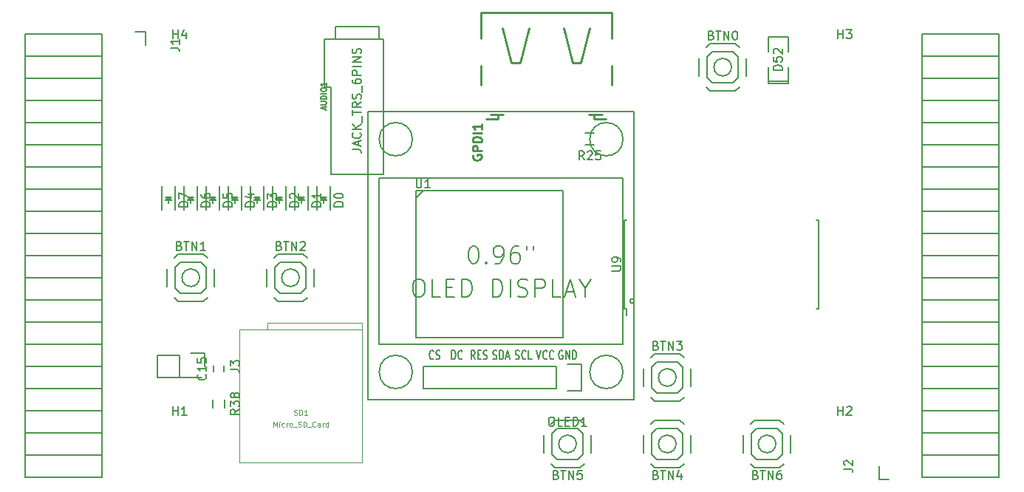
<source format=gto>
G04 #@! TF.FileFunction,Legend,Top*
%FSLAX46Y46*%
G04 Gerber Fmt 4.6, Leading zero omitted, Abs format (unit mm)*
G04 Created by KiCad (PCBNEW 4.0.5+dfsg1-4) date Thu May 11 10:12:05 2017*
%MOMM*%
%LPD*%
G01*
G04 APERTURE LIST*
%ADD10C,0.100000*%
%ADD11C,0.150000*%
%ADD12C,0.010160*%
%ADD13C,0.152400*%
%ADD14C,0.254000*%
%ADD15C,0.124460*%
G04 APERTURE END LIST*
D10*
D11*
X130080000Y-96200000D02*
X146880000Y-96200000D01*
X146880000Y-96200000D02*
X146880000Y-79400000D01*
X146880000Y-79400000D02*
X130080000Y-79400000D01*
X130080000Y-79400000D02*
X130080000Y-96200000D01*
X130880000Y-79400000D02*
X130080000Y-80200000D01*
X170427000Y-66881000D02*
X170427000Y-67135000D01*
X170427000Y-67135000D02*
X172713000Y-67135000D01*
X172713000Y-67135000D02*
X172713000Y-66881000D01*
X170427000Y-66881000D02*
X172713000Y-66881000D01*
X172713000Y-66881000D02*
X172713000Y-65230000D01*
X170427000Y-63452000D02*
X170427000Y-61801000D01*
X170427000Y-61801000D02*
X172713000Y-61801000D01*
X172713000Y-61801000D02*
X172713000Y-63452000D01*
X170427000Y-65230000D02*
X170427000Y-66881000D01*
D12*
X113070000Y-95320000D02*
X113070000Y-94520000D01*
X113070000Y-94520000D02*
X123870000Y-94520000D01*
X123870000Y-94520000D02*
X123870000Y-95320000D01*
X109870000Y-110520000D02*
X109870000Y-95320000D01*
X109870000Y-95320000D02*
X123870000Y-95320000D01*
X123870000Y-95320000D02*
X123870000Y-110520000D01*
X123870000Y-110520000D02*
X109870000Y-110520000D01*
D11*
X105260000Y-89360000D02*
G75*
G03X105260000Y-89360000I-1000000J0D01*
G01*
X103060000Y-87560000D02*
X105460000Y-87560000D01*
X102460000Y-88160000D02*
X103060000Y-87560000D01*
X102460000Y-90560000D02*
X102460000Y-88160000D01*
X103060000Y-91160000D02*
X102460000Y-90560000D01*
X105460000Y-91160000D02*
X103060000Y-91160000D01*
X106060000Y-90560000D02*
X105460000Y-91160000D01*
X106060000Y-88160000D02*
X106060000Y-90560000D01*
X105460000Y-87560000D02*
X106060000Y-88160000D01*
X102810000Y-86660000D02*
X105710000Y-86660000D01*
X102360000Y-87110000D02*
X102810000Y-86660000D01*
X101560000Y-90360000D02*
X101560000Y-88360000D01*
X102810000Y-92060000D02*
X102360000Y-91610000D01*
X105710000Y-92060000D02*
X102810000Y-92060000D01*
X106160000Y-91610000D02*
X105710000Y-92060000D01*
X106960000Y-88360000D02*
X106960000Y-90360000D01*
X105710000Y-86660000D02*
X106160000Y-87110000D01*
X116690000Y-89360000D02*
G75*
G03X116690000Y-89360000I-1000000J0D01*
G01*
X114490000Y-87560000D02*
X116890000Y-87560000D01*
X113890000Y-88160000D02*
X114490000Y-87560000D01*
X113890000Y-90560000D02*
X113890000Y-88160000D01*
X114490000Y-91160000D02*
X113890000Y-90560000D01*
X116890000Y-91160000D02*
X114490000Y-91160000D01*
X117490000Y-90560000D02*
X116890000Y-91160000D01*
X117490000Y-88160000D02*
X117490000Y-90560000D01*
X116890000Y-87560000D02*
X117490000Y-88160000D01*
X114240000Y-86660000D02*
X117140000Y-86660000D01*
X113790000Y-87110000D02*
X114240000Y-86660000D01*
X112990000Y-90360000D02*
X112990000Y-88360000D01*
X114240000Y-92060000D02*
X113790000Y-91610000D01*
X117140000Y-92060000D02*
X114240000Y-92060000D01*
X117590000Y-91610000D02*
X117140000Y-92060000D01*
X118390000Y-88360000D02*
X118390000Y-90360000D01*
X117140000Y-86660000D02*
X117590000Y-87110000D01*
X159870000Y-100790000D02*
G75*
G03X159870000Y-100790000I-1000000J0D01*
G01*
X157670000Y-98990000D02*
X160070000Y-98990000D01*
X157070000Y-99590000D02*
X157670000Y-98990000D01*
X157070000Y-101990000D02*
X157070000Y-99590000D01*
X157670000Y-102590000D02*
X157070000Y-101990000D01*
X160070000Y-102590000D02*
X157670000Y-102590000D01*
X160670000Y-101990000D02*
X160070000Y-102590000D01*
X160670000Y-99590000D02*
X160670000Y-101990000D01*
X160070000Y-98990000D02*
X160670000Y-99590000D01*
X157420000Y-98090000D02*
X160320000Y-98090000D01*
X156970000Y-98540000D02*
X157420000Y-98090000D01*
X156170000Y-101790000D02*
X156170000Y-99790000D01*
X157420000Y-103490000D02*
X156970000Y-103040000D01*
X160320000Y-103490000D02*
X157420000Y-103490000D01*
X160770000Y-103040000D02*
X160320000Y-103490000D01*
X161570000Y-99790000D02*
X161570000Y-101790000D01*
X160320000Y-98090000D02*
X160770000Y-98540000D01*
X159870000Y-108410000D02*
G75*
G03X159870000Y-108410000I-1000000J0D01*
G01*
X160070000Y-110210000D02*
X157670000Y-110210000D01*
X160670000Y-109610000D02*
X160070000Y-110210000D01*
X160670000Y-107210000D02*
X160670000Y-109610000D01*
X160070000Y-106610000D02*
X160670000Y-107210000D01*
X157670000Y-106610000D02*
X160070000Y-106610000D01*
X157070000Y-107210000D02*
X157670000Y-106610000D01*
X157070000Y-109610000D02*
X157070000Y-107210000D01*
X157670000Y-110210000D02*
X157070000Y-109610000D01*
X160320000Y-111110000D02*
X157420000Y-111110000D01*
X160770000Y-110660000D02*
X160320000Y-111110000D01*
X161570000Y-107410000D02*
X161570000Y-109410000D01*
X160320000Y-105710000D02*
X160770000Y-106160000D01*
X157420000Y-105710000D02*
X160320000Y-105710000D01*
X156970000Y-106160000D02*
X157420000Y-105710000D01*
X156170000Y-109410000D02*
X156170000Y-107410000D01*
X157420000Y-111110000D02*
X156970000Y-110660000D01*
X148440000Y-108410000D02*
G75*
G03X148440000Y-108410000I-1000000J0D01*
G01*
X148640000Y-110210000D02*
X146240000Y-110210000D01*
X149240000Y-109610000D02*
X148640000Y-110210000D01*
X149240000Y-107210000D02*
X149240000Y-109610000D01*
X148640000Y-106610000D02*
X149240000Y-107210000D01*
X146240000Y-106610000D02*
X148640000Y-106610000D01*
X145640000Y-107210000D02*
X146240000Y-106610000D01*
X145640000Y-109610000D02*
X145640000Y-107210000D01*
X146240000Y-110210000D02*
X145640000Y-109610000D01*
X148890000Y-111110000D02*
X145990000Y-111110000D01*
X149340000Y-110660000D02*
X148890000Y-111110000D01*
X150140000Y-107410000D02*
X150140000Y-109410000D01*
X148890000Y-105710000D02*
X149340000Y-106160000D01*
X145990000Y-105710000D02*
X148890000Y-105710000D01*
X145540000Y-106160000D02*
X145990000Y-105710000D01*
X144740000Y-109410000D02*
X144740000Y-107410000D01*
X145990000Y-111110000D02*
X145540000Y-110660000D01*
X171300000Y-108410000D02*
G75*
G03X171300000Y-108410000I-1000000J0D01*
G01*
X171500000Y-110210000D02*
X169100000Y-110210000D01*
X172100000Y-109610000D02*
X171500000Y-110210000D01*
X172100000Y-107210000D02*
X172100000Y-109610000D01*
X171500000Y-106610000D02*
X172100000Y-107210000D01*
X169100000Y-106610000D02*
X171500000Y-106610000D01*
X168500000Y-107210000D02*
X169100000Y-106610000D01*
X168500000Y-109610000D02*
X168500000Y-107210000D01*
X169100000Y-110210000D02*
X168500000Y-109610000D01*
X171750000Y-111110000D02*
X168850000Y-111110000D01*
X172200000Y-110660000D02*
X171750000Y-111110000D01*
X173000000Y-107410000D02*
X173000000Y-109410000D01*
X171750000Y-105710000D02*
X172200000Y-106160000D01*
X168850000Y-105710000D02*
X171750000Y-105710000D01*
X168400000Y-106160000D02*
X168850000Y-105710000D01*
X167600000Y-109410000D02*
X167600000Y-107410000D01*
X168850000Y-111110000D02*
X168400000Y-110660000D01*
X118750000Y-78870000D02*
X118750000Y-81570000D01*
X120250000Y-78870000D02*
X120250000Y-81570000D01*
X119350000Y-80370000D02*
X119600000Y-80370000D01*
X119600000Y-80370000D02*
X119450000Y-80220000D01*
X119850000Y-80120000D02*
X119150000Y-80120000D01*
X119500000Y-80470000D02*
X119500000Y-80820000D01*
X119500000Y-80120000D02*
X119850000Y-80470000D01*
X119850000Y-80470000D02*
X119150000Y-80470000D01*
X119150000Y-80470000D02*
X119500000Y-80120000D01*
X116210000Y-78870000D02*
X116210000Y-81570000D01*
X117710000Y-78870000D02*
X117710000Y-81570000D01*
X116810000Y-80370000D02*
X117060000Y-80370000D01*
X117060000Y-80370000D02*
X116910000Y-80220000D01*
X117310000Y-80120000D02*
X116610000Y-80120000D01*
X116960000Y-80470000D02*
X116960000Y-80820000D01*
X116960000Y-80120000D02*
X117310000Y-80470000D01*
X117310000Y-80470000D02*
X116610000Y-80470000D01*
X116610000Y-80470000D02*
X116960000Y-80120000D01*
X113670000Y-78870000D02*
X113670000Y-81570000D01*
X115170000Y-78870000D02*
X115170000Y-81570000D01*
X114270000Y-80370000D02*
X114520000Y-80370000D01*
X114520000Y-80370000D02*
X114370000Y-80220000D01*
X114770000Y-80120000D02*
X114070000Y-80120000D01*
X114420000Y-80470000D02*
X114420000Y-80820000D01*
X114420000Y-80120000D02*
X114770000Y-80470000D01*
X114770000Y-80470000D02*
X114070000Y-80470000D01*
X114070000Y-80470000D02*
X114420000Y-80120000D01*
X111130000Y-78870000D02*
X111130000Y-81570000D01*
X112630000Y-78870000D02*
X112630000Y-81570000D01*
X111730000Y-80370000D02*
X111980000Y-80370000D01*
X111980000Y-80370000D02*
X111830000Y-80220000D01*
X112230000Y-80120000D02*
X111530000Y-80120000D01*
X111880000Y-80470000D02*
X111880000Y-80820000D01*
X111880000Y-80120000D02*
X112230000Y-80470000D01*
X112230000Y-80470000D02*
X111530000Y-80470000D01*
X111530000Y-80470000D02*
X111880000Y-80120000D01*
X108590000Y-78870000D02*
X108590000Y-81570000D01*
X110090000Y-78870000D02*
X110090000Y-81570000D01*
X109190000Y-80370000D02*
X109440000Y-80370000D01*
X109440000Y-80370000D02*
X109290000Y-80220000D01*
X109690000Y-80120000D02*
X108990000Y-80120000D01*
X109340000Y-80470000D02*
X109340000Y-80820000D01*
X109340000Y-80120000D02*
X109690000Y-80470000D01*
X109690000Y-80470000D02*
X108990000Y-80470000D01*
X108990000Y-80470000D02*
X109340000Y-80120000D01*
X106050000Y-78870000D02*
X106050000Y-81570000D01*
X107550000Y-78870000D02*
X107550000Y-81570000D01*
X106650000Y-80370000D02*
X106900000Y-80370000D01*
X106900000Y-80370000D02*
X106750000Y-80220000D01*
X107150000Y-80120000D02*
X106450000Y-80120000D01*
X106800000Y-80470000D02*
X106800000Y-80820000D01*
X106800000Y-80120000D02*
X107150000Y-80470000D01*
X107150000Y-80470000D02*
X106450000Y-80470000D01*
X106450000Y-80470000D02*
X106800000Y-80120000D01*
X103510000Y-78870000D02*
X103510000Y-81570000D01*
X105010000Y-78870000D02*
X105010000Y-81570000D01*
X104110000Y-80370000D02*
X104360000Y-80370000D01*
X104360000Y-80370000D02*
X104210000Y-80220000D01*
X104610000Y-80120000D02*
X103910000Y-80120000D01*
X104260000Y-80470000D02*
X104260000Y-80820000D01*
X104260000Y-80120000D02*
X104610000Y-80470000D01*
X104610000Y-80470000D02*
X103910000Y-80470000D01*
X103910000Y-80470000D02*
X104260000Y-80120000D01*
X100970000Y-78870000D02*
X100970000Y-81570000D01*
X102470000Y-78870000D02*
X102470000Y-81570000D01*
X101570000Y-80370000D02*
X101820000Y-80370000D01*
X101820000Y-80370000D02*
X101670000Y-80220000D01*
X102070000Y-80120000D02*
X101370000Y-80120000D01*
X101720000Y-80470000D02*
X101720000Y-80820000D01*
X101720000Y-80120000D02*
X102070000Y-80470000D01*
X102070000Y-80470000D02*
X101370000Y-80470000D01*
X101370000Y-80470000D02*
X101720000Y-80120000D01*
D13*
X120310000Y-77540000D02*
X120310000Y-67540000D01*
X120310000Y-67540000D02*
X119610000Y-67540000D01*
X119610000Y-67540000D02*
X119610000Y-62040000D01*
X126310000Y-77540000D02*
X120310000Y-77540000D01*
X126310000Y-62040000D02*
X126310000Y-77540000D01*
X126310000Y-62040000D02*
X119610000Y-62040000D01*
X125810000Y-62040000D02*
X125810000Y-60540000D01*
X125810000Y-60540000D02*
X120810000Y-60540000D01*
X120810000Y-60540000D02*
X120810000Y-62040000D01*
D11*
X176180000Y-92880000D02*
X175980000Y-92880000D01*
X176180000Y-82720000D02*
X175980000Y-82720000D01*
X155080000Y-92050000D02*
G75*
G03X155080000Y-92050000I-250000J0D01*
G01*
X154180000Y-92880000D02*
X154180000Y-93700000D01*
X153980000Y-92880000D02*
X154180000Y-92880000D01*
X153980000Y-82720000D02*
X154180000Y-82720000D01*
X176190000Y-82720000D02*
X176190000Y-92880000D01*
X153970000Y-92880000D02*
X153970000Y-82720000D01*
D14*
X151378260Y-70648160D02*
X150479100Y-70648160D01*
X150479100Y-70648160D02*
X149879660Y-70648160D01*
X140080340Y-70648160D02*
X139480900Y-70648160D01*
X139480900Y-70648160D02*
X138581740Y-70648160D01*
X137481920Y-67249640D02*
X137481920Y-65098260D01*
X137481920Y-61900400D02*
X137481920Y-58992100D01*
X137481920Y-58992100D02*
X152478080Y-58992100D01*
X152478080Y-58992100D02*
X152478080Y-61900400D01*
X152478080Y-65098260D02*
X152478080Y-67249640D01*
X138106760Y-71148540D02*
X139480900Y-71148540D01*
X139480900Y-71148540D02*
X139480900Y-70648160D01*
X150479100Y-70648160D02*
X150479100Y-71148540D01*
X150479100Y-71148540D02*
X151865940Y-71148540D01*
X142981020Y-60732000D02*
X141980260Y-64732500D01*
X141980260Y-64732500D02*
X140982040Y-64732500D01*
X140982040Y-64732500D02*
X139981280Y-60732000D01*
X146978980Y-60732000D02*
X147979740Y-64732500D01*
X147979740Y-64732500D02*
X148977960Y-64732500D01*
X148977960Y-64732500D02*
X149978720Y-60732000D01*
D11*
X85270000Y-112220000D02*
X94100000Y-112220000D01*
X85270000Y-109680000D02*
X85270000Y-112220000D01*
X94100000Y-109680000D02*
X94100000Y-112220000D01*
X94100000Y-112220000D02*
X85270000Y-112220000D01*
X94100000Y-109680000D02*
X85270000Y-109680000D01*
X94100000Y-107140000D02*
X94100000Y-109680000D01*
X85270000Y-107140000D02*
X85270000Y-109680000D01*
X85270000Y-109680000D02*
X94100000Y-109680000D01*
X85270000Y-91900000D02*
X94100000Y-91900000D01*
X85270000Y-89360000D02*
X85270000Y-91900000D01*
X94100000Y-89360000D02*
X94100000Y-91900000D01*
X94100000Y-91900000D02*
X85270000Y-91900000D01*
X94100000Y-94440000D02*
X85270000Y-94440000D01*
X94100000Y-91900000D02*
X94100000Y-94440000D01*
X85270000Y-91900000D02*
X85270000Y-94440000D01*
X85270000Y-94440000D02*
X94100000Y-94440000D01*
X85270000Y-107140000D02*
X94100000Y-107140000D01*
X85270000Y-104600000D02*
X85270000Y-107140000D01*
X94100000Y-104600000D02*
X94100000Y-107140000D01*
X94100000Y-107140000D02*
X85270000Y-107140000D01*
X94100000Y-104600000D02*
X85270000Y-104600000D01*
X94100000Y-102060000D02*
X94100000Y-104600000D01*
X85270000Y-102060000D02*
X85270000Y-104600000D01*
X85270000Y-104600000D02*
X94100000Y-104600000D01*
X85270000Y-102060000D02*
X94100000Y-102060000D01*
X85270000Y-99520000D02*
X85270000Y-102060000D01*
X94100000Y-99520000D02*
X94100000Y-102060000D01*
X94100000Y-102060000D02*
X85270000Y-102060000D01*
X94100000Y-99520000D02*
X85270000Y-99520000D01*
X94100000Y-96980000D02*
X94100000Y-99520000D01*
X85270000Y-96980000D02*
X85270000Y-99520000D01*
X85270000Y-99520000D02*
X94100000Y-99520000D01*
X85270000Y-96980000D02*
X94100000Y-96980000D01*
X85270000Y-94440000D02*
X85270000Y-96980000D01*
X94100000Y-94440000D02*
X94100000Y-96980000D01*
X94100000Y-96980000D02*
X85270000Y-96980000D01*
X94100000Y-79200000D02*
X85270000Y-79200000D01*
X94100000Y-76660000D02*
X94100000Y-79200000D01*
X85270000Y-76660000D02*
X85270000Y-79200000D01*
X85270000Y-79200000D02*
X94100000Y-79200000D01*
X85270000Y-81740000D02*
X94100000Y-81740000D01*
X85270000Y-79200000D02*
X85270000Y-81740000D01*
X94100000Y-79200000D02*
X94100000Y-81740000D01*
X94100000Y-81740000D02*
X85270000Y-81740000D01*
X94100000Y-84280000D02*
X85270000Y-84280000D01*
X94100000Y-81740000D02*
X94100000Y-84280000D01*
X85270000Y-81740000D02*
X85270000Y-84280000D01*
X85270000Y-84280000D02*
X94100000Y-84280000D01*
X85270000Y-86820000D02*
X94100000Y-86820000D01*
X85270000Y-84280000D02*
X85270000Y-86820000D01*
X94100000Y-84280000D02*
X94100000Y-86820000D01*
X94100000Y-86820000D02*
X85270000Y-86820000D01*
X94100000Y-89360000D02*
X85270000Y-89360000D01*
X94100000Y-86820000D02*
X94100000Y-89360000D01*
X85270000Y-86820000D02*
X85270000Y-89360000D01*
X85270000Y-89360000D02*
X94100000Y-89360000D01*
X85270000Y-76660000D02*
X94100000Y-76660000D01*
X85270000Y-74120000D02*
X85270000Y-76660000D01*
X94100000Y-74120000D02*
X94100000Y-76660000D01*
X94100000Y-76660000D02*
X85270000Y-76660000D01*
X94100000Y-74120000D02*
X85270000Y-74120000D01*
X94100000Y-71580000D02*
X94100000Y-74120000D01*
X85270000Y-71580000D02*
X85270000Y-74120000D01*
X85270000Y-74120000D02*
X94100000Y-74120000D01*
X85270000Y-71580000D02*
X94100000Y-71580000D01*
X85270000Y-69040000D02*
X85270000Y-71580000D01*
X94100000Y-69040000D02*
X94100000Y-71580000D01*
X94100000Y-71580000D02*
X85270000Y-71580000D01*
X94100000Y-69040000D02*
X85270000Y-69040000D01*
X94100000Y-66500000D02*
X94100000Y-69040000D01*
X85270000Y-66500000D02*
X85270000Y-69040000D01*
X85270000Y-69040000D02*
X94100000Y-69040000D01*
X85270000Y-66500000D02*
X94100000Y-66500000D01*
X85270000Y-63960000D02*
X85270000Y-66500000D01*
X94100000Y-63960000D02*
X94100000Y-66500000D01*
X94100000Y-66500000D02*
X85270000Y-66500000D01*
X94100000Y-63960000D02*
X85270000Y-63960000D01*
X94100000Y-61420000D02*
X94100000Y-63960000D01*
X99060000Y-62690000D02*
X99060000Y-61140000D01*
X99060000Y-61140000D02*
X97910000Y-61140000D01*
X94100000Y-61420000D02*
X85270000Y-61420000D01*
X85270000Y-61420000D02*
X85270000Y-63960000D01*
X85270000Y-63960000D02*
X94100000Y-63960000D01*
X196910000Y-61420000D02*
X188080000Y-61420000D01*
X196910000Y-63960000D02*
X196910000Y-61420000D01*
X188080000Y-63960000D02*
X188080000Y-61420000D01*
X188080000Y-61420000D02*
X196910000Y-61420000D01*
X188080000Y-63960000D02*
X196910000Y-63960000D01*
X188080000Y-66500000D02*
X188080000Y-63960000D01*
X196910000Y-66500000D02*
X196910000Y-63960000D01*
X196910000Y-63960000D02*
X188080000Y-63960000D01*
X196910000Y-81740000D02*
X188080000Y-81740000D01*
X196910000Y-84280000D02*
X196910000Y-81740000D01*
X188080000Y-84280000D02*
X188080000Y-81740000D01*
X188080000Y-81740000D02*
X196910000Y-81740000D01*
X188080000Y-79200000D02*
X196910000Y-79200000D01*
X188080000Y-81740000D02*
X188080000Y-79200000D01*
X196910000Y-81740000D02*
X196910000Y-79200000D01*
X196910000Y-79200000D02*
X188080000Y-79200000D01*
X196910000Y-66500000D02*
X188080000Y-66500000D01*
X196910000Y-69040000D02*
X196910000Y-66500000D01*
X188080000Y-69040000D02*
X188080000Y-66500000D01*
X188080000Y-66500000D02*
X196910000Y-66500000D01*
X188080000Y-69040000D02*
X196910000Y-69040000D01*
X188080000Y-71580000D02*
X188080000Y-69040000D01*
X196910000Y-71580000D02*
X196910000Y-69040000D01*
X196910000Y-69040000D02*
X188080000Y-69040000D01*
X196910000Y-71580000D02*
X188080000Y-71580000D01*
X196910000Y-74120000D02*
X196910000Y-71580000D01*
X188080000Y-74120000D02*
X188080000Y-71580000D01*
X188080000Y-71580000D02*
X196910000Y-71580000D01*
X188080000Y-74120000D02*
X196910000Y-74120000D01*
X188080000Y-76660000D02*
X188080000Y-74120000D01*
X196910000Y-76660000D02*
X196910000Y-74120000D01*
X196910000Y-74120000D02*
X188080000Y-74120000D01*
X196910000Y-76660000D02*
X188080000Y-76660000D01*
X196910000Y-79200000D02*
X196910000Y-76660000D01*
X188080000Y-79200000D02*
X188080000Y-76660000D01*
X188080000Y-76660000D02*
X196910000Y-76660000D01*
X188080000Y-94440000D02*
X196910000Y-94440000D01*
X188080000Y-96980000D02*
X188080000Y-94440000D01*
X196910000Y-96980000D02*
X196910000Y-94440000D01*
X196910000Y-94440000D02*
X188080000Y-94440000D01*
X196910000Y-91900000D02*
X188080000Y-91900000D01*
X196910000Y-94440000D02*
X196910000Y-91900000D01*
X188080000Y-94440000D02*
X188080000Y-91900000D01*
X188080000Y-91900000D02*
X196910000Y-91900000D01*
X188080000Y-89360000D02*
X196910000Y-89360000D01*
X188080000Y-91900000D02*
X188080000Y-89360000D01*
X196910000Y-91900000D02*
X196910000Y-89360000D01*
X196910000Y-89360000D02*
X188080000Y-89360000D01*
X196910000Y-86820000D02*
X188080000Y-86820000D01*
X196910000Y-89360000D02*
X196910000Y-86820000D01*
X188080000Y-89360000D02*
X188080000Y-86820000D01*
X188080000Y-86820000D02*
X196910000Y-86820000D01*
X188080000Y-84280000D02*
X196910000Y-84280000D01*
X188080000Y-86820000D02*
X188080000Y-84280000D01*
X196910000Y-86820000D02*
X196910000Y-84280000D01*
X196910000Y-84280000D02*
X188080000Y-84280000D01*
X196910000Y-96980000D02*
X188080000Y-96980000D01*
X196910000Y-99520000D02*
X196910000Y-96980000D01*
X188080000Y-99520000D02*
X188080000Y-96980000D01*
X188080000Y-96980000D02*
X196910000Y-96980000D01*
X188080000Y-99520000D02*
X196910000Y-99520000D01*
X188080000Y-102060000D02*
X188080000Y-99520000D01*
X196910000Y-102060000D02*
X196910000Y-99520000D01*
X196910000Y-99520000D02*
X188080000Y-99520000D01*
X196910000Y-102060000D02*
X188080000Y-102060000D01*
X196910000Y-104600000D02*
X196910000Y-102060000D01*
X188080000Y-104600000D02*
X188080000Y-102060000D01*
X188080000Y-102060000D02*
X196910000Y-102060000D01*
X188080000Y-104600000D02*
X196910000Y-104600000D01*
X188080000Y-107140000D02*
X188080000Y-104600000D01*
X196910000Y-107140000D02*
X196910000Y-104600000D01*
X196910000Y-104600000D02*
X188080000Y-104600000D01*
X196910000Y-107140000D02*
X188080000Y-107140000D01*
X196910000Y-109680000D02*
X196910000Y-107140000D01*
X188080000Y-109680000D02*
X188080000Y-107140000D01*
X188080000Y-107140000D02*
X196910000Y-107140000D01*
X188080000Y-109680000D02*
X196910000Y-109680000D01*
X188080000Y-112220000D02*
X188080000Y-109680000D01*
X183120000Y-110950000D02*
X183120000Y-112500000D01*
X183120000Y-112500000D02*
X184270000Y-112500000D01*
X188080000Y-112220000D02*
X196910000Y-112220000D01*
X196910000Y-112220000D02*
X196910000Y-109680000D01*
X196910000Y-109680000D02*
X188080000Y-109680000D01*
X166220000Y-65230000D02*
G75*
G03X166220000Y-65230000I-1000000J0D01*
G01*
X164020000Y-63430000D02*
X166420000Y-63430000D01*
X163420000Y-64030000D02*
X164020000Y-63430000D01*
X163420000Y-66430000D02*
X163420000Y-64030000D01*
X164020000Y-67030000D02*
X163420000Y-66430000D01*
X166420000Y-67030000D02*
X164020000Y-67030000D01*
X167020000Y-66430000D02*
X166420000Y-67030000D01*
X167020000Y-64030000D02*
X167020000Y-66430000D01*
X166420000Y-63430000D02*
X167020000Y-64030000D01*
X163770000Y-62530000D02*
X166670000Y-62530000D01*
X163320000Y-62980000D02*
X163770000Y-62530000D01*
X162520000Y-66230000D02*
X162520000Y-64230000D01*
X163770000Y-67930000D02*
X163320000Y-67480000D01*
X166670000Y-67930000D02*
X163770000Y-67930000D01*
X167120000Y-67480000D02*
X166670000Y-67930000D01*
X167920000Y-64230000D02*
X167920000Y-66230000D01*
X166670000Y-62530000D02*
X167120000Y-62980000D01*
X149480000Y-72810000D02*
X150480000Y-72810000D01*
X150480000Y-74160000D02*
X149480000Y-74160000D01*
X105810000Y-99520000D02*
X105810000Y-97970000D01*
X102990000Y-100790000D02*
X105530000Y-100790000D01*
X105810000Y-97970000D02*
X104260000Y-97970000D01*
X100450000Y-100790000D02*
X102990000Y-100790000D01*
X102990000Y-100790000D02*
X102990000Y-98250000D01*
X102990000Y-98250000D02*
X100450000Y-98250000D01*
X100450000Y-98250000D02*
X100450000Y-100790000D01*
X153790000Y-73485000D02*
G75*
G03X153790000Y-73485000I-1905000J0D01*
G01*
X129660000Y-73485000D02*
G75*
G03X129660000Y-73485000I-1905000J0D01*
G01*
X129660000Y-100155000D02*
G75*
G03X129660000Y-100155000I-1905000J0D01*
G01*
X153790000Y-100155000D02*
G75*
G03X153790000Y-100155000I-1905000J0D01*
G01*
X153790000Y-77930000D02*
X153790000Y-96980000D01*
X125850000Y-77930000D02*
X153790000Y-77930000D01*
X125850000Y-96980000D02*
X125850000Y-77930000D01*
X153790000Y-96980000D02*
X125850000Y-96980000D01*
X155060000Y-70310000D02*
X155060000Y-103330000D01*
X124580000Y-70310000D02*
X155060000Y-70310000D01*
X124580000Y-103330000D02*
X124580000Y-70310000D01*
X155060000Y-103330000D02*
X124580000Y-103330000D01*
X146170000Y-99520000D02*
X130930000Y-99520000D01*
X130930000Y-99520000D02*
X130930000Y-102060000D01*
X130930000Y-102060000D02*
X146170000Y-102060000D01*
X148990000Y-99240000D02*
X147440000Y-99240000D01*
X146170000Y-99520000D02*
X146170000Y-102060000D01*
X147440000Y-102340000D02*
X148990000Y-102340000D01*
X148990000Y-102340000D02*
X148990000Y-99240000D01*
X106880000Y-100150000D02*
X106880000Y-99450000D01*
X108080000Y-99450000D02*
X108080000Y-100150000D01*
X106805000Y-104300000D02*
X106805000Y-103300000D01*
X108155000Y-103300000D02*
X108155000Y-104300000D01*
X130118095Y-78052381D02*
X130118095Y-78861905D01*
X130165714Y-78957143D01*
X130213333Y-79004762D01*
X130308571Y-79052381D01*
X130499048Y-79052381D01*
X130594286Y-79004762D01*
X130641905Y-78957143D01*
X130689524Y-78861905D01*
X130689524Y-78052381D01*
X131689524Y-79052381D02*
X131118095Y-79052381D01*
X131403809Y-79052381D02*
X131403809Y-78052381D01*
X131308571Y-78195238D01*
X131213333Y-78290476D01*
X131118095Y-78338095D01*
X172022381Y-65555286D02*
X171022381Y-65555286D01*
X171022381Y-65317191D01*
X171070000Y-65174333D01*
X171165238Y-65079095D01*
X171260476Y-65031476D01*
X171450952Y-64983857D01*
X171593810Y-64983857D01*
X171784286Y-65031476D01*
X171879524Y-65079095D01*
X171974762Y-65174333D01*
X172022381Y-65317191D01*
X172022381Y-65555286D01*
X171022381Y-64079095D02*
X171022381Y-64555286D01*
X171498571Y-64602905D01*
X171450952Y-64555286D01*
X171403333Y-64460048D01*
X171403333Y-64221952D01*
X171450952Y-64126714D01*
X171498571Y-64079095D01*
X171593810Y-64031476D01*
X171831905Y-64031476D01*
X171927143Y-64079095D01*
X171974762Y-64126714D01*
X172022381Y-64221952D01*
X172022381Y-64460048D01*
X171974762Y-64555286D01*
X171927143Y-64602905D01*
X171117619Y-63650524D02*
X171070000Y-63602905D01*
X171022381Y-63507667D01*
X171022381Y-63269571D01*
X171070000Y-63174333D01*
X171117619Y-63126714D01*
X171212857Y-63079095D01*
X171308095Y-63079095D01*
X171450952Y-63126714D01*
X172022381Y-63698143D01*
X172022381Y-63079095D01*
D15*
X116113564Y-105062630D02*
X116199198Y-105091175D01*
X116341922Y-105091175D01*
X116399012Y-105062630D01*
X116427556Y-105034086D01*
X116456101Y-104976996D01*
X116456101Y-104919907D01*
X116427556Y-104862817D01*
X116399012Y-104834272D01*
X116341922Y-104805728D01*
X116227743Y-104777183D01*
X116170654Y-104748638D01*
X116142109Y-104720093D01*
X116113564Y-104663004D01*
X116113564Y-104605914D01*
X116142109Y-104548825D01*
X116170654Y-104520280D01*
X116227743Y-104491735D01*
X116370467Y-104491735D01*
X116456101Y-104520280D01*
X116713004Y-105091175D02*
X116713004Y-104491735D01*
X116855728Y-104491735D01*
X116941362Y-104520280D01*
X116998451Y-104577370D01*
X117026996Y-104634459D01*
X117055541Y-104748638D01*
X117055541Y-104834272D01*
X117026996Y-104948451D01*
X116998451Y-105005541D01*
X116941362Y-105062630D01*
X116855728Y-105091175D01*
X116713004Y-105091175D01*
X117626436Y-105091175D02*
X117283899Y-105091175D01*
X117455168Y-105091175D02*
X117455168Y-104491735D01*
X117398078Y-104577370D01*
X117340989Y-104634459D01*
X117283899Y-104663004D01*
X113744350Y-106441175D02*
X113744350Y-105841735D01*
X113944163Y-106269907D01*
X114143976Y-105841735D01*
X114143976Y-106441175D01*
X114429424Y-106441175D02*
X114429424Y-106041549D01*
X114429424Y-105841735D02*
X114400879Y-105870280D01*
X114429424Y-105898825D01*
X114457969Y-105870280D01*
X114429424Y-105841735D01*
X114429424Y-105898825D01*
X114971775Y-106412630D02*
X114914685Y-106441175D01*
X114800506Y-106441175D01*
X114743417Y-106412630D01*
X114714872Y-106384086D01*
X114686327Y-106326996D01*
X114686327Y-106155728D01*
X114714872Y-106098638D01*
X114743417Y-106070093D01*
X114800506Y-106041549D01*
X114914685Y-106041549D01*
X114971775Y-106070093D01*
X115228678Y-106441175D02*
X115228678Y-106041549D01*
X115228678Y-106155728D02*
X115257223Y-106098638D01*
X115285767Y-106070093D01*
X115342857Y-106041549D01*
X115399946Y-106041549D01*
X115685394Y-106441175D02*
X115628305Y-106412630D01*
X115599760Y-106384086D01*
X115571215Y-106326996D01*
X115571215Y-106155728D01*
X115599760Y-106098638D01*
X115628305Y-106070093D01*
X115685394Y-106041549D01*
X115771028Y-106041549D01*
X115828118Y-106070093D01*
X115856663Y-106098638D01*
X115885207Y-106155728D01*
X115885207Y-106326996D01*
X115856663Y-106384086D01*
X115828118Y-106412630D01*
X115771028Y-106441175D01*
X115685394Y-106441175D01*
X115999386Y-106498265D02*
X116456102Y-106498265D01*
X116570281Y-106412630D02*
X116655915Y-106441175D01*
X116798639Y-106441175D01*
X116855729Y-106412630D01*
X116884273Y-106384086D01*
X116912818Y-106326996D01*
X116912818Y-106269907D01*
X116884273Y-106212817D01*
X116855729Y-106184272D01*
X116798639Y-106155728D01*
X116684460Y-106127183D01*
X116627371Y-106098638D01*
X116598826Y-106070093D01*
X116570281Y-106013004D01*
X116570281Y-105955914D01*
X116598826Y-105898825D01*
X116627371Y-105870280D01*
X116684460Y-105841735D01*
X116827184Y-105841735D01*
X116912818Y-105870280D01*
X117169721Y-106441175D02*
X117169721Y-105841735D01*
X117312445Y-105841735D01*
X117398079Y-105870280D01*
X117455168Y-105927370D01*
X117483713Y-105984459D01*
X117512258Y-106098638D01*
X117512258Y-106184272D01*
X117483713Y-106298451D01*
X117455168Y-106355541D01*
X117398079Y-106412630D01*
X117312445Y-106441175D01*
X117169721Y-106441175D01*
X117626437Y-106498265D02*
X118083153Y-106498265D01*
X118568414Y-106384086D02*
X118539869Y-106412630D01*
X118454235Y-106441175D01*
X118397145Y-106441175D01*
X118311511Y-106412630D01*
X118254422Y-106355541D01*
X118225877Y-106298451D01*
X118197332Y-106184272D01*
X118197332Y-106098638D01*
X118225877Y-105984459D01*
X118254422Y-105927370D01*
X118311511Y-105870280D01*
X118397145Y-105841735D01*
X118454235Y-105841735D01*
X118539869Y-105870280D01*
X118568414Y-105898825D01*
X119082220Y-106441175D02*
X119082220Y-106127183D01*
X119053675Y-106070093D01*
X118996585Y-106041549D01*
X118882406Y-106041549D01*
X118825317Y-106070093D01*
X119082220Y-106412630D02*
X119025130Y-106441175D01*
X118882406Y-106441175D01*
X118825317Y-106412630D01*
X118796772Y-106355541D01*
X118796772Y-106298451D01*
X118825317Y-106241362D01*
X118882406Y-106212817D01*
X119025130Y-106212817D01*
X119082220Y-106184272D01*
X119367667Y-106441175D02*
X119367667Y-106041549D01*
X119367667Y-106155728D02*
X119396212Y-106098638D01*
X119424756Y-106070093D01*
X119481846Y-106041549D01*
X119538935Y-106041549D01*
X119995652Y-106441175D02*
X119995652Y-105841735D01*
X119995652Y-106412630D02*
X119938562Y-106441175D01*
X119824383Y-106441175D01*
X119767294Y-106412630D01*
X119738749Y-106384086D01*
X119710204Y-106326996D01*
X119710204Y-106155728D01*
X119738749Y-106098638D01*
X119767294Y-106070093D01*
X119824383Y-106041549D01*
X119938562Y-106041549D01*
X119995652Y-106070093D01*
D11*
X102950477Y-85688571D02*
X103093334Y-85736190D01*
X103140953Y-85783810D01*
X103188572Y-85879048D01*
X103188572Y-86021905D01*
X103140953Y-86117143D01*
X103093334Y-86164762D01*
X102998096Y-86212381D01*
X102617143Y-86212381D01*
X102617143Y-85212381D01*
X102950477Y-85212381D01*
X103045715Y-85260000D01*
X103093334Y-85307619D01*
X103140953Y-85402857D01*
X103140953Y-85498095D01*
X103093334Y-85593333D01*
X103045715Y-85640952D01*
X102950477Y-85688571D01*
X102617143Y-85688571D01*
X103474286Y-85212381D02*
X104045715Y-85212381D01*
X103760000Y-86212381D02*
X103760000Y-85212381D01*
X104379048Y-86212381D02*
X104379048Y-85212381D01*
X104950477Y-86212381D01*
X104950477Y-85212381D01*
X105950477Y-86212381D02*
X105379048Y-86212381D01*
X105664762Y-86212381D02*
X105664762Y-85212381D01*
X105569524Y-85355238D01*
X105474286Y-85450476D01*
X105379048Y-85498095D01*
X114380477Y-85688571D02*
X114523334Y-85736190D01*
X114570953Y-85783810D01*
X114618572Y-85879048D01*
X114618572Y-86021905D01*
X114570953Y-86117143D01*
X114523334Y-86164762D01*
X114428096Y-86212381D01*
X114047143Y-86212381D01*
X114047143Y-85212381D01*
X114380477Y-85212381D01*
X114475715Y-85260000D01*
X114523334Y-85307619D01*
X114570953Y-85402857D01*
X114570953Y-85498095D01*
X114523334Y-85593333D01*
X114475715Y-85640952D01*
X114380477Y-85688571D01*
X114047143Y-85688571D01*
X114904286Y-85212381D02*
X115475715Y-85212381D01*
X115190000Y-86212381D02*
X115190000Y-85212381D01*
X115809048Y-86212381D02*
X115809048Y-85212381D01*
X116380477Y-86212381D01*
X116380477Y-85212381D01*
X116809048Y-85307619D02*
X116856667Y-85260000D01*
X116951905Y-85212381D01*
X117190001Y-85212381D01*
X117285239Y-85260000D01*
X117332858Y-85307619D01*
X117380477Y-85402857D01*
X117380477Y-85498095D01*
X117332858Y-85640952D01*
X116761429Y-86212381D01*
X117380477Y-86212381D01*
X157560477Y-97118571D02*
X157703334Y-97166190D01*
X157750953Y-97213810D01*
X157798572Y-97309048D01*
X157798572Y-97451905D01*
X157750953Y-97547143D01*
X157703334Y-97594762D01*
X157608096Y-97642381D01*
X157227143Y-97642381D01*
X157227143Y-96642381D01*
X157560477Y-96642381D01*
X157655715Y-96690000D01*
X157703334Y-96737619D01*
X157750953Y-96832857D01*
X157750953Y-96928095D01*
X157703334Y-97023333D01*
X157655715Y-97070952D01*
X157560477Y-97118571D01*
X157227143Y-97118571D01*
X158084286Y-96642381D02*
X158655715Y-96642381D01*
X158370000Y-97642381D02*
X158370000Y-96642381D01*
X158989048Y-97642381D02*
X158989048Y-96642381D01*
X159560477Y-97642381D01*
X159560477Y-96642381D01*
X159941429Y-96642381D02*
X160560477Y-96642381D01*
X160227143Y-97023333D01*
X160370001Y-97023333D01*
X160465239Y-97070952D01*
X160512858Y-97118571D01*
X160560477Y-97213810D01*
X160560477Y-97451905D01*
X160512858Y-97547143D01*
X160465239Y-97594762D01*
X160370001Y-97642381D01*
X160084286Y-97642381D01*
X159989048Y-97594762D01*
X159941429Y-97547143D01*
X157560477Y-111938571D02*
X157703334Y-111986190D01*
X157750953Y-112033810D01*
X157798572Y-112129048D01*
X157798572Y-112271905D01*
X157750953Y-112367143D01*
X157703334Y-112414762D01*
X157608096Y-112462381D01*
X157227143Y-112462381D01*
X157227143Y-111462381D01*
X157560477Y-111462381D01*
X157655715Y-111510000D01*
X157703334Y-111557619D01*
X157750953Y-111652857D01*
X157750953Y-111748095D01*
X157703334Y-111843333D01*
X157655715Y-111890952D01*
X157560477Y-111938571D01*
X157227143Y-111938571D01*
X158084286Y-111462381D02*
X158655715Y-111462381D01*
X158370000Y-112462381D02*
X158370000Y-111462381D01*
X158989048Y-112462381D02*
X158989048Y-111462381D01*
X159560477Y-112462381D01*
X159560477Y-111462381D01*
X160465239Y-111795714D02*
X160465239Y-112462381D01*
X160227143Y-111414762D02*
X159989048Y-112129048D01*
X160608096Y-112129048D01*
X146130477Y-111938571D02*
X146273334Y-111986190D01*
X146320953Y-112033810D01*
X146368572Y-112129048D01*
X146368572Y-112271905D01*
X146320953Y-112367143D01*
X146273334Y-112414762D01*
X146178096Y-112462381D01*
X145797143Y-112462381D01*
X145797143Y-111462381D01*
X146130477Y-111462381D01*
X146225715Y-111510000D01*
X146273334Y-111557619D01*
X146320953Y-111652857D01*
X146320953Y-111748095D01*
X146273334Y-111843333D01*
X146225715Y-111890952D01*
X146130477Y-111938571D01*
X145797143Y-111938571D01*
X146654286Y-111462381D02*
X147225715Y-111462381D01*
X146940000Y-112462381D02*
X146940000Y-111462381D01*
X147559048Y-112462381D02*
X147559048Y-111462381D01*
X148130477Y-112462381D01*
X148130477Y-111462381D01*
X149082858Y-111462381D02*
X148606667Y-111462381D01*
X148559048Y-111938571D01*
X148606667Y-111890952D01*
X148701905Y-111843333D01*
X148940001Y-111843333D01*
X149035239Y-111890952D01*
X149082858Y-111938571D01*
X149130477Y-112033810D01*
X149130477Y-112271905D01*
X149082858Y-112367143D01*
X149035239Y-112414762D01*
X148940001Y-112462381D01*
X148701905Y-112462381D01*
X148606667Y-112414762D01*
X148559048Y-112367143D01*
X168990477Y-111938571D02*
X169133334Y-111986190D01*
X169180953Y-112033810D01*
X169228572Y-112129048D01*
X169228572Y-112271905D01*
X169180953Y-112367143D01*
X169133334Y-112414762D01*
X169038096Y-112462381D01*
X168657143Y-112462381D01*
X168657143Y-111462381D01*
X168990477Y-111462381D01*
X169085715Y-111510000D01*
X169133334Y-111557619D01*
X169180953Y-111652857D01*
X169180953Y-111748095D01*
X169133334Y-111843333D01*
X169085715Y-111890952D01*
X168990477Y-111938571D01*
X168657143Y-111938571D01*
X169514286Y-111462381D02*
X170085715Y-111462381D01*
X169800000Y-112462381D02*
X169800000Y-111462381D01*
X170419048Y-112462381D02*
X170419048Y-111462381D01*
X170990477Y-112462381D01*
X170990477Y-111462381D01*
X171895239Y-111462381D02*
X171704762Y-111462381D01*
X171609524Y-111510000D01*
X171561905Y-111557619D01*
X171466667Y-111700476D01*
X171419048Y-111890952D01*
X171419048Y-112271905D01*
X171466667Y-112367143D01*
X171514286Y-112414762D01*
X171609524Y-112462381D01*
X171800001Y-112462381D01*
X171895239Y-112414762D01*
X171942858Y-112367143D01*
X171990477Y-112271905D01*
X171990477Y-112033810D01*
X171942858Y-111938571D01*
X171895239Y-111890952D01*
X171800001Y-111843333D01*
X171609524Y-111843333D01*
X171514286Y-111890952D01*
X171466667Y-111938571D01*
X171419048Y-112033810D01*
X121702381Y-81208095D02*
X120702381Y-81208095D01*
X120702381Y-80970000D01*
X120750000Y-80827142D01*
X120845238Y-80731904D01*
X120940476Y-80684285D01*
X121130952Y-80636666D01*
X121273810Y-80636666D01*
X121464286Y-80684285D01*
X121559524Y-80731904D01*
X121654762Y-80827142D01*
X121702381Y-80970000D01*
X121702381Y-81208095D01*
X120702381Y-80017619D02*
X120702381Y-79922380D01*
X120750000Y-79827142D01*
X120797619Y-79779523D01*
X120892857Y-79731904D01*
X121083333Y-79684285D01*
X121321429Y-79684285D01*
X121511905Y-79731904D01*
X121607143Y-79779523D01*
X121654762Y-79827142D01*
X121702381Y-79922380D01*
X121702381Y-80017619D01*
X121654762Y-80112857D01*
X121607143Y-80160476D01*
X121511905Y-80208095D01*
X121321429Y-80255714D01*
X121083333Y-80255714D01*
X120892857Y-80208095D01*
X120797619Y-80160476D01*
X120750000Y-80112857D01*
X120702381Y-80017619D01*
X119162381Y-81208095D02*
X118162381Y-81208095D01*
X118162381Y-80970000D01*
X118210000Y-80827142D01*
X118305238Y-80731904D01*
X118400476Y-80684285D01*
X118590952Y-80636666D01*
X118733810Y-80636666D01*
X118924286Y-80684285D01*
X119019524Y-80731904D01*
X119114762Y-80827142D01*
X119162381Y-80970000D01*
X119162381Y-81208095D01*
X119162381Y-79684285D02*
X119162381Y-80255714D01*
X119162381Y-79970000D02*
X118162381Y-79970000D01*
X118305238Y-80065238D01*
X118400476Y-80160476D01*
X118448095Y-80255714D01*
X116622381Y-81208095D02*
X115622381Y-81208095D01*
X115622381Y-80970000D01*
X115670000Y-80827142D01*
X115765238Y-80731904D01*
X115860476Y-80684285D01*
X116050952Y-80636666D01*
X116193810Y-80636666D01*
X116384286Y-80684285D01*
X116479524Y-80731904D01*
X116574762Y-80827142D01*
X116622381Y-80970000D01*
X116622381Y-81208095D01*
X115717619Y-80255714D02*
X115670000Y-80208095D01*
X115622381Y-80112857D01*
X115622381Y-79874761D01*
X115670000Y-79779523D01*
X115717619Y-79731904D01*
X115812857Y-79684285D01*
X115908095Y-79684285D01*
X116050952Y-79731904D01*
X116622381Y-80303333D01*
X116622381Y-79684285D01*
X114082381Y-81208095D02*
X113082381Y-81208095D01*
X113082381Y-80970000D01*
X113130000Y-80827142D01*
X113225238Y-80731904D01*
X113320476Y-80684285D01*
X113510952Y-80636666D01*
X113653810Y-80636666D01*
X113844286Y-80684285D01*
X113939524Y-80731904D01*
X114034762Y-80827142D01*
X114082381Y-80970000D01*
X114082381Y-81208095D01*
X113082381Y-80303333D02*
X113082381Y-79684285D01*
X113463333Y-80017619D01*
X113463333Y-79874761D01*
X113510952Y-79779523D01*
X113558571Y-79731904D01*
X113653810Y-79684285D01*
X113891905Y-79684285D01*
X113987143Y-79731904D01*
X114034762Y-79779523D01*
X114082381Y-79874761D01*
X114082381Y-80160476D01*
X114034762Y-80255714D01*
X113987143Y-80303333D01*
X111542381Y-81208095D02*
X110542381Y-81208095D01*
X110542381Y-80970000D01*
X110590000Y-80827142D01*
X110685238Y-80731904D01*
X110780476Y-80684285D01*
X110970952Y-80636666D01*
X111113810Y-80636666D01*
X111304286Y-80684285D01*
X111399524Y-80731904D01*
X111494762Y-80827142D01*
X111542381Y-80970000D01*
X111542381Y-81208095D01*
X110875714Y-79779523D02*
X111542381Y-79779523D01*
X110494762Y-80017619D02*
X111209048Y-80255714D01*
X111209048Y-79636666D01*
X109002381Y-81208095D02*
X108002381Y-81208095D01*
X108002381Y-80970000D01*
X108050000Y-80827142D01*
X108145238Y-80731904D01*
X108240476Y-80684285D01*
X108430952Y-80636666D01*
X108573810Y-80636666D01*
X108764286Y-80684285D01*
X108859524Y-80731904D01*
X108954762Y-80827142D01*
X109002381Y-80970000D01*
X109002381Y-81208095D01*
X108002381Y-79731904D02*
X108002381Y-80208095D01*
X108478571Y-80255714D01*
X108430952Y-80208095D01*
X108383333Y-80112857D01*
X108383333Y-79874761D01*
X108430952Y-79779523D01*
X108478571Y-79731904D01*
X108573810Y-79684285D01*
X108811905Y-79684285D01*
X108907143Y-79731904D01*
X108954762Y-79779523D01*
X109002381Y-79874761D01*
X109002381Y-80112857D01*
X108954762Y-80208095D01*
X108907143Y-80255714D01*
X106462381Y-81208095D02*
X105462381Y-81208095D01*
X105462381Y-80970000D01*
X105510000Y-80827142D01*
X105605238Y-80731904D01*
X105700476Y-80684285D01*
X105890952Y-80636666D01*
X106033810Y-80636666D01*
X106224286Y-80684285D01*
X106319524Y-80731904D01*
X106414762Y-80827142D01*
X106462381Y-80970000D01*
X106462381Y-81208095D01*
X105462381Y-79779523D02*
X105462381Y-79970000D01*
X105510000Y-80065238D01*
X105557619Y-80112857D01*
X105700476Y-80208095D01*
X105890952Y-80255714D01*
X106271905Y-80255714D01*
X106367143Y-80208095D01*
X106414762Y-80160476D01*
X106462381Y-80065238D01*
X106462381Y-79874761D01*
X106414762Y-79779523D01*
X106367143Y-79731904D01*
X106271905Y-79684285D01*
X106033810Y-79684285D01*
X105938571Y-79731904D01*
X105890952Y-79779523D01*
X105843333Y-79874761D01*
X105843333Y-80065238D01*
X105890952Y-80160476D01*
X105938571Y-80208095D01*
X106033810Y-80255714D01*
X103922381Y-81208095D02*
X102922381Y-81208095D01*
X102922381Y-80970000D01*
X102970000Y-80827142D01*
X103065238Y-80731904D01*
X103160476Y-80684285D01*
X103350952Y-80636666D01*
X103493810Y-80636666D01*
X103684286Y-80684285D01*
X103779524Y-80731904D01*
X103874762Y-80827142D01*
X103922381Y-80970000D01*
X103922381Y-81208095D01*
X102922381Y-80303333D02*
X102922381Y-79636666D01*
X103922381Y-80065238D01*
D13*
X119611600Y-70064000D02*
X119611600Y-69773714D01*
X119785771Y-70122057D02*
X119176171Y-69918857D01*
X119785771Y-69715657D01*
X119176171Y-69512457D02*
X119669657Y-69512457D01*
X119727714Y-69483429D01*
X119756743Y-69454400D01*
X119785771Y-69396343D01*
X119785771Y-69280229D01*
X119756743Y-69222171D01*
X119727714Y-69193143D01*
X119669657Y-69164114D01*
X119176171Y-69164114D01*
X119785771Y-68873828D02*
X119176171Y-68873828D01*
X119176171Y-68728685D01*
X119205200Y-68641600D01*
X119263257Y-68583542D01*
X119321314Y-68554514D01*
X119437429Y-68525485D01*
X119524514Y-68525485D01*
X119640629Y-68554514D01*
X119698686Y-68583542D01*
X119756743Y-68641600D01*
X119785771Y-68728685D01*
X119785771Y-68873828D01*
X119785771Y-68264228D02*
X119176171Y-68264228D01*
X119176171Y-67857828D02*
X119176171Y-67741714D01*
X119205200Y-67683656D01*
X119263257Y-67625599D01*
X119379371Y-67596571D01*
X119582571Y-67596571D01*
X119698686Y-67625599D01*
X119756743Y-67683656D01*
X119785771Y-67741714D01*
X119785771Y-67857828D01*
X119756743Y-67915885D01*
X119698686Y-67973942D01*
X119582571Y-68002971D01*
X119379371Y-68002971D01*
X119263257Y-67973942D01*
X119205200Y-67915885D01*
X119176171Y-67857828D01*
X119785771Y-67015999D02*
X119785771Y-67364342D01*
X119785771Y-67190170D02*
X119176171Y-67190170D01*
X119263257Y-67248227D01*
X119321314Y-67306285D01*
X119350343Y-67364342D01*
D11*
X122762381Y-74659047D02*
X123476667Y-74659047D01*
X123619524Y-74706667D01*
X123714762Y-74801905D01*
X123762381Y-74944762D01*
X123762381Y-75040000D01*
X123476667Y-74230476D02*
X123476667Y-73754285D01*
X123762381Y-74325714D02*
X122762381Y-73992381D01*
X123762381Y-73659047D01*
X123667143Y-72754285D02*
X123714762Y-72801904D01*
X123762381Y-72944761D01*
X123762381Y-73039999D01*
X123714762Y-73182857D01*
X123619524Y-73278095D01*
X123524286Y-73325714D01*
X123333810Y-73373333D01*
X123190952Y-73373333D01*
X123000476Y-73325714D01*
X122905238Y-73278095D01*
X122810000Y-73182857D01*
X122762381Y-73039999D01*
X122762381Y-72944761D01*
X122810000Y-72801904D01*
X122857619Y-72754285D01*
X123762381Y-72325714D02*
X122762381Y-72325714D01*
X123762381Y-71754285D02*
X123190952Y-72182857D01*
X122762381Y-71754285D02*
X123333810Y-72325714D01*
X123857619Y-71563809D02*
X123857619Y-70801904D01*
X122762381Y-70706666D02*
X122762381Y-70135237D01*
X123762381Y-70420952D02*
X122762381Y-70420952D01*
X123762381Y-69230475D02*
X123286190Y-69563809D01*
X123762381Y-69801904D02*
X122762381Y-69801904D01*
X122762381Y-69420951D01*
X122810000Y-69325713D01*
X122857619Y-69278094D01*
X122952857Y-69230475D01*
X123095714Y-69230475D01*
X123190952Y-69278094D01*
X123238571Y-69325713D01*
X123286190Y-69420951D01*
X123286190Y-69801904D01*
X123714762Y-68849523D02*
X123762381Y-68706666D01*
X123762381Y-68468570D01*
X123714762Y-68373332D01*
X123667143Y-68325713D01*
X123571905Y-68278094D01*
X123476667Y-68278094D01*
X123381429Y-68325713D01*
X123333810Y-68373332D01*
X123286190Y-68468570D01*
X123238571Y-68659047D01*
X123190952Y-68754285D01*
X123143333Y-68801904D01*
X123048095Y-68849523D01*
X122952857Y-68849523D01*
X122857619Y-68801904D01*
X122810000Y-68754285D01*
X122762381Y-68659047D01*
X122762381Y-68420951D01*
X122810000Y-68278094D01*
X123857619Y-68087618D02*
X123857619Y-67325713D01*
X122762381Y-66659046D02*
X122762381Y-66849523D01*
X122810000Y-66944761D01*
X122857619Y-66992380D01*
X123000476Y-67087618D01*
X123190952Y-67135237D01*
X123571905Y-67135237D01*
X123667143Y-67087618D01*
X123714762Y-67039999D01*
X123762381Y-66944761D01*
X123762381Y-66754284D01*
X123714762Y-66659046D01*
X123667143Y-66611427D01*
X123571905Y-66563808D01*
X123333810Y-66563808D01*
X123238571Y-66611427D01*
X123190952Y-66659046D01*
X123143333Y-66754284D01*
X123143333Y-66944761D01*
X123190952Y-67039999D01*
X123238571Y-67087618D01*
X123333810Y-67135237D01*
X123762381Y-66135237D02*
X122762381Y-66135237D01*
X122762381Y-65754284D01*
X122810000Y-65659046D01*
X122857619Y-65611427D01*
X122952857Y-65563808D01*
X123095714Y-65563808D01*
X123190952Y-65611427D01*
X123238571Y-65659046D01*
X123286190Y-65754284D01*
X123286190Y-66135237D01*
X123762381Y-65135237D02*
X122762381Y-65135237D01*
X123762381Y-64659047D02*
X122762381Y-64659047D01*
X123762381Y-64087618D01*
X122762381Y-64087618D01*
X123714762Y-63659047D02*
X123762381Y-63516190D01*
X123762381Y-63278094D01*
X123714762Y-63182856D01*
X123667143Y-63135237D01*
X123571905Y-63087618D01*
X123476667Y-63087618D01*
X123381429Y-63135237D01*
X123333810Y-63182856D01*
X123286190Y-63278094D01*
X123238571Y-63468571D01*
X123190952Y-63563809D01*
X123143333Y-63611428D01*
X123048095Y-63659047D01*
X122952857Y-63659047D01*
X122857619Y-63611428D01*
X122810000Y-63563809D01*
X122762381Y-63468571D01*
X122762381Y-63230475D01*
X122810000Y-63087618D01*
X152532381Y-88561905D02*
X153341905Y-88561905D01*
X153437143Y-88514286D01*
X153484762Y-88466667D01*
X153532381Y-88371429D01*
X153532381Y-88180952D01*
X153484762Y-88085714D01*
X153437143Y-88038095D01*
X153341905Y-87990476D01*
X152532381Y-87990476D01*
X153532381Y-87466667D02*
X153532381Y-87276191D01*
X153484762Y-87180952D01*
X153437143Y-87133333D01*
X153294286Y-87038095D01*
X153103810Y-86990476D01*
X152722857Y-86990476D01*
X152627619Y-87038095D01*
X152580000Y-87085714D01*
X152532381Y-87180952D01*
X152532381Y-87371429D01*
X152580000Y-87466667D01*
X152627619Y-87514286D01*
X152722857Y-87561905D01*
X152960952Y-87561905D01*
X153056190Y-87514286D01*
X153103810Y-87466667D01*
X153151429Y-87371429D01*
X153151429Y-87180952D01*
X153103810Y-87085714D01*
X153056190Y-87038095D01*
X152960952Y-86990476D01*
D14*
X136598000Y-75288619D02*
X136549619Y-75385381D01*
X136549619Y-75530524D01*
X136598000Y-75675666D01*
X136694762Y-75772428D01*
X136791524Y-75820809D01*
X136985048Y-75869190D01*
X137130190Y-75869190D01*
X137323714Y-75820809D01*
X137420476Y-75772428D01*
X137517238Y-75675666D01*
X137565619Y-75530524D01*
X137565619Y-75433762D01*
X137517238Y-75288619D01*
X137468857Y-75240238D01*
X137130190Y-75240238D01*
X137130190Y-75433762D01*
X137565619Y-74804809D02*
X136549619Y-74804809D01*
X136549619Y-74417762D01*
X136598000Y-74321000D01*
X136646381Y-74272619D01*
X136743143Y-74224238D01*
X136888286Y-74224238D01*
X136985048Y-74272619D01*
X137033429Y-74321000D01*
X137081810Y-74417762D01*
X137081810Y-74804809D01*
X137565619Y-73788809D02*
X136549619Y-73788809D01*
X136549619Y-73546904D01*
X136598000Y-73401762D01*
X136694762Y-73305000D01*
X136791524Y-73256619D01*
X136985048Y-73208238D01*
X137130190Y-73208238D01*
X137323714Y-73256619D01*
X137420476Y-73305000D01*
X137517238Y-73401762D01*
X137565619Y-73546904D01*
X137565619Y-73788809D01*
X137565619Y-72772809D02*
X136549619Y-72772809D01*
X137565619Y-71756809D02*
X137565619Y-72337380D01*
X137565619Y-72047094D02*
X136549619Y-72047094D01*
X136694762Y-72143856D01*
X136791524Y-72240618D01*
X136839905Y-72337380D01*
D11*
X101962381Y-63023333D02*
X102676667Y-63023333D01*
X102819524Y-63070953D01*
X102914762Y-63166191D01*
X102962381Y-63309048D01*
X102962381Y-63404286D01*
X102962381Y-62023333D02*
X102962381Y-62594762D01*
X102962381Y-62309048D02*
X101962381Y-62309048D01*
X102105238Y-62404286D01*
X102200476Y-62499524D01*
X102248095Y-62594762D01*
X179122381Y-111283333D02*
X179836667Y-111283333D01*
X179979524Y-111330953D01*
X180074762Y-111426191D01*
X180122381Y-111569048D01*
X180122381Y-111664286D01*
X179217619Y-110854762D02*
X179170000Y-110807143D01*
X179122381Y-110711905D01*
X179122381Y-110473809D01*
X179170000Y-110378571D01*
X179217619Y-110330952D01*
X179312857Y-110283333D01*
X179408095Y-110283333D01*
X179550952Y-110330952D01*
X180122381Y-110902381D01*
X180122381Y-110283333D01*
X102228095Y-105112381D02*
X102228095Y-104112381D01*
X102228095Y-104588571D02*
X102799524Y-104588571D01*
X102799524Y-105112381D02*
X102799524Y-104112381D01*
X103799524Y-105112381D02*
X103228095Y-105112381D01*
X103513809Y-105112381D02*
X103513809Y-104112381D01*
X103418571Y-104255238D01*
X103323333Y-104350476D01*
X103228095Y-104398095D01*
X178428095Y-105112381D02*
X178428095Y-104112381D01*
X178428095Y-104588571D02*
X178999524Y-104588571D01*
X178999524Y-105112381D02*
X178999524Y-104112381D01*
X179428095Y-104207619D02*
X179475714Y-104160000D01*
X179570952Y-104112381D01*
X179809048Y-104112381D01*
X179904286Y-104160000D01*
X179951905Y-104207619D01*
X179999524Y-104302857D01*
X179999524Y-104398095D01*
X179951905Y-104540952D01*
X179380476Y-105112381D01*
X179999524Y-105112381D01*
X178428095Y-61932381D02*
X178428095Y-60932381D01*
X178428095Y-61408571D02*
X178999524Y-61408571D01*
X178999524Y-61932381D02*
X178999524Y-60932381D01*
X179380476Y-60932381D02*
X179999524Y-60932381D01*
X179666190Y-61313333D01*
X179809048Y-61313333D01*
X179904286Y-61360952D01*
X179951905Y-61408571D01*
X179999524Y-61503810D01*
X179999524Y-61741905D01*
X179951905Y-61837143D01*
X179904286Y-61884762D01*
X179809048Y-61932381D01*
X179523333Y-61932381D01*
X179428095Y-61884762D01*
X179380476Y-61837143D01*
X102228095Y-61932381D02*
X102228095Y-60932381D01*
X102228095Y-61408571D02*
X102799524Y-61408571D01*
X102799524Y-61932381D02*
X102799524Y-60932381D01*
X103704286Y-61265714D02*
X103704286Y-61932381D01*
X103466190Y-60884762D02*
X103228095Y-61599048D01*
X103847143Y-61599048D01*
X163910477Y-61558571D02*
X164053334Y-61606190D01*
X164100953Y-61653810D01*
X164148572Y-61749048D01*
X164148572Y-61891905D01*
X164100953Y-61987143D01*
X164053334Y-62034762D01*
X163958096Y-62082381D01*
X163577143Y-62082381D01*
X163577143Y-61082381D01*
X163910477Y-61082381D01*
X164005715Y-61130000D01*
X164053334Y-61177619D01*
X164100953Y-61272857D01*
X164100953Y-61368095D01*
X164053334Y-61463333D01*
X164005715Y-61510952D01*
X163910477Y-61558571D01*
X163577143Y-61558571D01*
X164434286Y-61082381D02*
X165005715Y-61082381D01*
X164720000Y-62082381D02*
X164720000Y-61082381D01*
X165339048Y-62082381D02*
X165339048Y-61082381D01*
X165910477Y-62082381D01*
X165910477Y-61082381D01*
X166577143Y-61082381D02*
X166672382Y-61082381D01*
X166767620Y-61130000D01*
X166815239Y-61177619D01*
X166862858Y-61272857D01*
X166910477Y-61463333D01*
X166910477Y-61701429D01*
X166862858Y-61891905D01*
X166815239Y-61987143D01*
X166767620Y-62034762D01*
X166672382Y-62082381D01*
X166577143Y-62082381D01*
X166481905Y-62034762D01*
X166434286Y-61987143D01*
X166386667Y-61891905D01*
X166339048Y-61701429D01*
X166339048Y-61463333D01*
X166386667Y-61272857D01*
X166434286Y-61177619D01*
X166481905Y-61130000D01*
X166577143Y-61082381D01*
X149337143Y-75837381D02*
X149003809Y-75361190D01*
X148765714Y-75837381D02*
X148765714Y-74837381D01*
X149146667Y-74837381D01*
X149241905Y-74885000D01*
X149289524Y-74932619D01*
X149337143Y-75027857D01*
X149337143Y-75170714D01*
X149289524Y-75265952D01*
X149241905Y-75313571D01*
X149146667Y-75361190D01*
X148765714Y-75361190D01*
X149718095Y-74932619D02*
X149765714Y-74885000D01*
X149860952Y-74837381D01*
X150099048Y-74837381D01*
X150194286Y-74885000D01*
X150241905Y-74932619D01*
X150289524Y-75027857D01*
X150289524Y-75123095D01*
X150241905Y-75265952D01*
X149670476Y-75837381D01*
X150289524Y-75837381D01*
X151194286Y-74837381D02*
X150718095Y-74837381D01*
X150670476Y-75313571D01*
X150718095Y-75265952D01*
X150813333Y-75218333D01*
X151051429Y-75218333D01*
X151146667Y-75265952D01*
X151194286Y-75313571D01*
X151241905Y-75408810D01*
X151241905Y-75646905D01*
X151194286Y-75742143D01*
X151146667Y-75789762D01*
X151051429Y-75837381D01*
X150813333Y-75837381D01*
X150718095Y-75789762D01*
X150670476Y-75742143D01*
X108812381Y-99853333D02*
X109526667Y-99853333D01*
X109669524Y-99900953D01*
X109764762Y-99996191D01*
X109812381Y-100139048D01*
X109812381Y-100234286D01*
X108812381Y-99472381D02*
X108812381Y-98853333D01*
X109193333Y-99186667D01*
X109193333Y-99043809D01*
X109240952Y-98948571D01*
X109288571Y-98900952D01*
X109383810Y-98853333D01*
X109621905Y-98853333D01*
X109717143Y-98900952D01*
X109764762Y-98948571D01*
X109812381Y-99043809D01*
X109812381Y-99329524D01*
X109764762Y-99424762D01*
X109717143Y-99472381D01*
X145511428Y-105342381D02*
X145701905Y-105342381D01*
X145797143Y-105390000D01*
X145892381Y-105485238D01*
X145940000Y-105675714D01*
X145940000Y-106009048D01*
X145892381Y-106199524D01*
X145797143Y-106294762D01*
X145701905Y-106342381D01*
X145511428Y-106342381D01*
X145416190Y-106294762D01*
X145320952Y-106199524D01*
X145273333Y-106009048D01*
X145273333Y-105675714D01*
X145320952Y-105485238D01*
X145416190Y-105390000D01*
X145511428Y-105342381D01*
X146844762Y-106342381D02*
X146368571Y-106342381D01*
X146368571Y-105342381D01*
X147178095Y-105818571D02*
X147511429Y-105818571D01*
X147654286Y-106342381D02*
X147178095Y-106342381D01*
X147178095Y-105342381D01*
X147654286Y-105342381D01*
X148082857Y-106342381D02*
X148082857Y-105342381D01*
X148320952Y-105342381D01*
X148463810Y-105390000D01*
X148559048Y-105485238D01*
X148606667Y-105580476D01*
X148654286Y-105770952D01*
X148654286Y-105913810D01*
X148606667Y-106104286D01*
X148559048Y-106199524D01*
X148463810Y-106294762D01*
X148320952Y-106342381D01*
X148082857Y-106342381D01*
X149606667Y-106342381D02*
X149035238Y-106342381D01*
X149320952Y-106342381D02*
X149320952Y-105342381D01*
X149225714Y-105485238D01*
X149130476Y-105580476D01*
X149035238Y-105628095D01*
X132075000Y-98607143D02*
X132039286Y-98654762D01*
X131932143Y-98702381D01*
X131860714Y-98702381D01*
X131753571Y-98654762D01*
X131682143Y-98559524D01*
X131646428Y-98464286D01*
X131610714Y-98273810D01*
X131610714Y-98130952D01*
X131646428Y-97940476D01*
X131682143Y-97845238D01*
X131753571Y-97750000D01*
X131860714Y-97702381D01*
X131932143Y-97702381D01*
X132039286Y-97750000D01*
X132075000Y-97797619D01*
X132360714Y-98654762D02*
X132467857Y-98702381D01*
X132646428Y-98702381D01*
X132717857Y-98654762D01*
X132753571Y-98607143D01*
X132789286Y-98511905D01*
X132789286Y-98416667D01*
X132753571Y-98321429D01*
X132717857Y-98273810D01*
X132646428Y-98226190D01*
X132503571Y-98178571D01*
X132432143Y-98130952D01*
X132396428Y-98083333D01*
X132360714Y-97988095D01*
X132360714Y-97892857D01*
X132396428Y-97797619D01*
X132432143Y-97750000D01*
X132503571Y-97702381D01*
X132682143Y-97702381D01*
X132789286Y-97750000D01*
X134168571Y-98702381D02*
X134168571Y-97702381D01*
X134347143Y-97702381D01*
X134454286Y-97750000D01*
X134525714Y-97845238D01*
X134561429Y-97940476D01*
X134597143Y-98130952D01*
X134597143Y-98273810D01*
X134561429Y-98464286D01*
X134525714Y-98559524D01*
X134454286Y-98654762D01*
X134347143Y-98702381D01*
X134168571Y-98702381D01*
X135347143Y-98607143D02*
X135311429Y-98654762D01*
X135204286Y-98702381D01*
X135132857Y-98702381D01*
X135025714Y-98654762D01*
X134954286Y-98559524D01*
X134918571Y-98464286D01*
X134882857Y-98273810D01*
X134882857Y-98130952D01*
X134918571Y-97940476D01*
X134954286Y-97845238D01*
X135025714Y-97750000D01*
X135132857Y-97702381D01*
X135204286Y-97702381D01*
X135311429Y-97750000D01*
X135347143Y-97797619D01*
X136815715Y-98702381D02*
X136565715Y-98226190D01*
X136387143Y-98702381D02*
X136387143Y-97702381D01*
X136672858Y-97702381D01*
X136744286Y-97750000D01*
X136780001Y-97797619D01*
X136815715Y-97892857D01*
X136815715Y-98035714D01*
X136780001Y-98130952D01*
X136744286Y-98178571D01*
X136672858Y-98226190D01*
X136387143Y-98226190D01*
X137137143Y-98178571D02*
X137387143Y-98178571D01*
X137494286Y-98702381D02*
X137137143Y-98702381D01*
X137137143Y-97702381D01*
X137494286Y-97702381D01*
X137780000Y-98654762D02*
X137887143Y-98702381D01*
X138065714Y-98702381D01*
X138137143Y-98654762D01*
X138172857Y-98607143D01*
X138208572Y-98511905D01*
X138208572Y-98416667D01*
X138172857Y-98321429D01*
X138137143Y-98273810D01*
X138065714Y-98226190D01*
X137922857Y-98178571D01*
X137851429Y-98130952D01*
X137815714Y-98083333D01*
X137780000Y-97988095D01*
X137780000Y-97892857D01*
X137815714Y-97797619D01*
X137851429Y-97750000D01*
X137922857Y-97702381D01*
X138101429Y-97702381D01*
X138208572Y-97750000D01*
X138909286Y-98654762D02*
X139016429Y-98702381D01*
X139195000Y-98702381D01*
X139266429Y-98654762D01*
X139302143Y-98607143D01*
X139337858Y-98511905D01*
X139337858Y-98416667D01*
X139302143Y-98321429D01*
X139266429Y-98273810D01*
X139195000Y-98226190D01*
X139052143Y-98178571D01*
X138980715Y-98130952D01*
X138945000Y-98083333D01*
X138909286Y-97988095D01*
X138909286Y-97892857D01*
X138945000Y-97797619D01*
X138980715Y-97750000D01*
X139052143Y-97702381D01*
X139230715Y-97702381D01*
X139337858Y-97750000D01*
X139659286Y-98702381D02*
X139659286Y-97702381D01*
X139837858Y-97702381D01*
X139945001Y-97750000D01*
X140016429Y-97845238D01*
X140052144Y-97940476D01*
X140087858Y-98130952D01*
X140087858Y-98273810D01*
X140052144Y-98464286D01*
X140016429Y-98559524D01*
X139945001Y-98654762D01*
X139837858Y-98702381D01*
X139659286Y-98702381D01*
X140373572Y-98416667D02*
X140730715Y-98416667D01*
X140302144Y-98702381D02*
X140552144Y-97702381D01*
X140802144Y-98702381D01*
X141467143Y-98654762D02*
X141574286Y-98702381D01*
X141752857Y-98702381D01*
X141824286Y-98654762D01*
X141860000Y-98607143D01*
X141895715Y-98511905D01*
X141895715Y-98416667D01*
X141860000Y-98321429D01*
X141824286Y-98273810D01*
X141752857Y-98226190D01*
X141610000Y-98178571D01*
X141538572Y-98130952D01*
X141502857Y-98083333D01*
X141467143Y-97988095D01*
X141467143Y-97892857D01*
X141502857Y-97797619D01*
X141538572Y-97750000D01*
X141610000Y-97702381D01*
X141788572Y-97702381D01*
X141895715Y-97750000D01*
X142645715Y-98607143D02*
X142610001Y-98654762D01*
X142502858Y-98702381D01*
X142431429Y-98702381D01*
X142324286Y-98654762D01*
X142252858Y-98559524D01*
X142217143Y-98464286D01*
X142181429Y-98273810D01*
X142181429Y-98130952D01*
X142217143Y-97940476D01*
X142252858Y-97845238D01*
X142324286Y-97750000D01*
X142431429Y-97702381D01*
X142502858Y-97702381D01*
X142610001Y-97750000D01*
X142645715Y-97797619D01*
X143324286Y-98702381D02*
X142967143Y-98702381D01*
X142967143Y-97702381D01*
X143900001Y-97702381D02*
X144150001Y-98702381D01*
X144400001Y-97702381D01*
X145078572Y-98607143D02*
X145042858Y-98654762D01*
X144935715Y-98702381D01*
X144864286Y-98702381D01*
X144757143Y-98654762D01*
X144685715Y-98559524D01*
X144650000Y-98464286D01*
X144614286Y-98273810D01*
X144614286Y-98130952D01*
X144650000Y-97940476D01*
X144685715Y-97845238D01*
X144757143Y-97750000D01*
X144864286Y-97702381D01*
X144935715Y-97702381D01*
X145042858Y-97750000D01*
X145078572Y-97797619D01*
X145828572Y-98607143D02*
X145792858Y-98654762D01*
X145685715Y-98702381D01*
X145614286Y-98702381D01*
X145507143Y-98654762D01*
X145435715Y-98559524D01*
X145400000Y-98464286D01*
X145364286Y-98273810D01*
X145364286Y-98130952D01*
X145400000Y-97940476D01*
X145435715Y-97845238D01*
X145507143Y-97750000D01*
X145614286Y-97702381D01*
X145685715Y-97702381D01*
X145792858Y-97750000D01*
X145828572Y-97797619D01*
X146868572Y-97750000D02*
X146797143Y-97702381D01*
X146690000Y-97702381D01*
X146582857Y-97750000D01*
X146511429Y-97845238D01*
X146475714Y-97940476D01*
X146440000Y-98130952D01*
X146440000Y-98273810D01*
X146475714Y-98464286D01*
X146511429Y-98559524D01*
X146582857Y-98654762D01*
X146690000Y-98702381D01*
X146761429Y-98702381D01*
X146868572Y-98654762D01*
X146904286Y-98607143D01*
X146904286Y-98273810D01*
X146761429Y-98273810D01*
X147225714Y-98702381D02*
X147225714Y-97702381D01*
X147654286Y-98702381D01*
X147654286Y-97702381D01*
X148011428Y-98702381D02*
X148011428Y-97702381D01*
X148190000Y-97702381D01*
X148297143Y-97750000D01*
X148368571Y-97845238D01*
X148404286Y-97940476D01*
X148440000Y-98130952D01*
X148440000Y-98273810D01*
X148404286Y-98464286D01*
X148368571Y-98559524D01*
X148297143Y-98654762D01*
X148190000Y-98702381D01*
X148011428Y-98702381D01*
X136581905Y-85724762D02*
X136772381Y-85724762D01*
X136962857Y-85820000D01*
X137058095Y-85915238D01*
X137153333Y-86105714D01*
X137248572Y-86486667D01*
X137248572Y-86962857D01*
X137153333Y-87343810D01*
X137058095Y-87534286D01*
X136962857Y-87629524D01*
X136772381Y-87724762D01*
X136581905Y-87724762D01*
X136391429Y-87629524D01*
X136296191Y-87534286D01*
X136200952Y-87343810D01*
X136105714Y-86962857D01*
X136105714Y-86486667D01*
X136200952Y-86105714D01*
X136296191Y-85915238D01*
X136391429Y-85820000D01*
X136581905Y-85724762D01*
X138105714Y-87534286D02*
X138200953Y-87629524D01*
X138105714Y-87724762D01*
X138010476Y-87629524D01*
X138105714Y-87534286D01*
X138105714Y-87724762D01*
X139153334Y-87724762D02*
X139534286Y-87724762D01*
X139724762Y-87629524D01*
X139820000Y-87534286D01*
X140010476Y-87248571D01*
X140105715Y-86867619D01*
X140105715Y-86105714D01*
X140010476Y-85915238D01*
X139915238Y-85820000D01*
X139724762Y-85724762D01*
X139343810Y-85724762D01*
X139153334Y-85820000D01*
X139058095Y-85915238D01*
X138962857Y-86105714D01*
X138962857Y-86581905D01*
X139058095Y-86772381D01*
X139153334Y-86867619D01*
X139343810Y-86962857D01*
X139724762Y-86962857D01*
X139915238Y-86867619D01*
X140010476Y-86772381D01*
X140105715Y-86581905D01*
X141820000Y-85724762D02*
X141439048Y-85724762D01*
X141248572Y-85820000D01*
X141153334Y-85915238D01*
X140962857Y-86200952D01*
X140867619Y-86581905D01*
X140867619Y-87343810D01*
X140962857Y-87534286D01*
X141058096Y-87629524D01*
X141248572Y-87724762D01*
X141629524Y-87724762D01*
X141820000Y-87629524D01*
X141915238Y-87534286D01*
X142010477Y-87343810D01*
X142010477Y-86867619D01*
X141915238Y-86677143D01*
X141820000Y-86581905D01*
X141629524Y-86486667D01*
X141248572Y-86486667D01*
X141058096Y-86581905D01*
X140962857Y-86677143D01*
X140867619Y-86867619D01*
X142772381Y-85724762D02*
X142772381Y-86105714D01*
X143534286Y-85724762D02*
X143534286Y-86105714D01*
X130200952Y-89534762D02*
X130581904Y-89534762D01*
X130772380Y-89630000D01*
X130962857Y-89820476D01*
X131058095Y-90201429D01*
X131058095Y-90868095D01*
X130962857Y-91249048D01*
X130772380Y-91439524D01*
X130581904Y-91534762D01*
X130200952Y-91534762D01*
X130010476Y-91439524D01*
X129819999Y-91249048D01*
X129724761Y-90868095D01*
X129724761Y-90201429D01*
X129819999Y-89820476D01*
X130010476Y-89630000D01*
X130200952Y-89534762D01*
X132867618Y-91534762D02*
X131915237Y-91534762D01*
X131915237Y-89534762D01*
X133534285Y-90487143D02*
X134200952Y-90487143D01*
X134486666Y-91534762D02*
X133534285Y-91534762D01*
X133534285Y-89534762D01*
X134486666Y-89534762D01*
X135343809Y-91534762D02*
X135343809Y-89534762D01*
X135820000Y-89534762D01*
X136105714Y-89630000D01*
X136296190Y-89820476D01*
X136391429Y-90010952D01*
X136486667Y-90391905D01*
X136486667Y-90677619D01*
X136391429Y-91058571D01*
X136296190Y-91249048D01*
X136105714Y-91439524D01*
X135820000Y-91534762D01*
X135343809Y-91534762D01*
X138867619Y-91534762D02*
X138867619Y-89534762D01*
X139343810Y-89534762D01*
X139629524Y-89630000D01*
X139820000Y-89820476D01*
X139915239Y-90010952D01*
X140010477Y-90391905D01*
X140010477Y-90677619D01*
X139915239Y-91058571D01*
X139820000Y-91249048D01*
X139629524Y-91439524D01*
X139343810Y-91534762D01*
X138867619Y-91534762D01*
X140867619Y-91534762D02*
X140867619Y-89534762D01*
X141724762Y-91439524D02*
X142010477Y-91534762D01*
X142486667Y-91534762D01*
X142677143Y-91439524D01*
X142772381Y-91344286D01*
X142867620Y-91153810D01*
X142867620Y-90963333D01*
X142772381Y-90772857D01*
X142677143Y-90677619D01*
X142486667Y-90582381D01*
X142105715Y-90487143D01*
X141915239Y-90391905D01*
X141820000Y-90296667D01*
X141724762Y-90106190D01*
X141724762Y-89915714D01*
X141820000Y-89725238D01*
X141915239Y-89630000D01*
X142105715Y-89534762D01*
X142581905Y-89534762D01*
X142867620Y-89630000D01*
X143724762Y-91534762D02*
X143724762Y-89534762D01*
X144486667Y-89534762D01*
X144677143Y-89630000D01*
X144772382Y-89725238D01*
X144867620Y-89915714D01*
X144867620Y-90201429D01*
X144772382Y-90391905D01*
X144677143Y-90487143D01*
X144486667Y-90582381D01*
X143724762Y-90582381D01*
X146677143Y-91534762D02*
X145724762Y-91534762D01*
X145724762Y-89534762D01*
X147248572Y-90963333D02*
X148200953Y-90963333D01*
X147058096Y-91534762D02*
X147724763Y-89534762D01*
X148391430Y-91534762D01*
X149439049Y-90582381D02*
X149439049Y-91534762D01*
X148772382Y-89534762D02*
X149439049Y-90582381D01*
X150105716Y-89534762D01*
X105937143Y-100442857D02*
X105984762Y-100490476D01*
X106032381Y-100633333D01*
X106032381Y-100728571D01*
X105984762Y-100871429D01*
X105889524Y-100966667D01*
X105794286Y-101014286D01*
X105603810Y-101061905D01*
X105460952Y-101061905D01*
X105270476Y-101014286D01*
X105175238Y-100966667D01*
X105080000Y-100871429D01*
X105032381Y-100728571D01*
X105032381Y-100633333D01*
X105080000Y-100490476D01*
X105127619Y-100442857D01*
X106032381Y-99490476D02*
X106032381Y-100061905D01*
X106032381Y-99776191D02*
X105032381Y-99776191D01*
X105175238Y-99871429D01*
X105270476Y-99966667D01*
X105318095Y-100061905D01*
X105032381Y-98585714D02*
X105032381Y-99061905D01*
X105508571Y-99109524D01*
X105460952Y-99061905D01*
X105413333Y-98966667D01*
X105413333Y-98728571D01*
X105460952Y-98633333D01*
X105508571Y-98585714D01*
X105603810Y-98538095D01*
X105841905Y-98538095D01*
X105937143Y-98585714D01*
X105984762Y-98633333D01*
X106032381Y-98728571D01*
X106032381Y-98966667D01*
X105984762Y-99061905D01*
X105937143Y-99109524D01*
X109832381Y-104442857D02*
X109356190Y-104776191D01*
X109832381Y-105014286D02*
X108832381Y-105014286D01*
X108832381Y-104633333D01*
X108880000Y-104538095D01*
X108927619Y-104490476D01*
X109022857Y-104442857D01*
X109165714Y-104442857D01*
X109260952Y-104490476D01*
X109308571Y-104538095D01*
X109356190Y-104633333D01*
X109356190Y-105014286D01*
X108832381Y-104109524D02*
X108832381Y-103490476D01*
X109213333Y-103823810D01*
X109213333Y-103680952D01*
X109260952Y-103585714D01*
X109308571Y-103538095D01*
X109403810Y-103490476D01*
X109641905Y-103490476D01*
X109737143Y-103538095D01*
X109784762Y-103585714D01*
X109832381Y-103680952D01*
X109832381Y-103966667D01*
X109784762Y-104061905D01*
X109737143Y-104109524D01*
X109260952Y-102919048D02*
X109213333Y-103014286D01*
X109165714Y-103061905D01*
X109070476Y-103109524D01*
X109022857Y-103109524D01*
X108927619Y-103061905D01*
X108880000Y-103014286D01*
X108832381Y-102919048D01*
X108832381Y-102728571D01*
X108880000Y-102633333D01*
X108927619Y-102585714D01*
X109022857Y-102538095D01*
X109070476Y-102538095D01*
X109165714Y-102585714D01*
X109213333Y-102633333D01*
X109260952Y-102728571D01*
X109260952Y-102919048D01*
X109308571Y-103014286D01*
X109356190Y-103061905D01*
X109451429Y-103109524D01*
X109641905Y-103109524D01*
X109737143Y-103061905D01*
X109784762Y-103014286D01*
X109832381Y-102919048D01*
X109832381Y-102728571D01*
X109784762Y-102633333D01*
X109737143Y-102585714D01*
X109641905Y-102538095D01*
X109451429Y-102538095D01*
X109356190Y-102585714D01*
X109308571Y-102633333D01*
X109260952Y-102728571D01*
M02*

</source>
